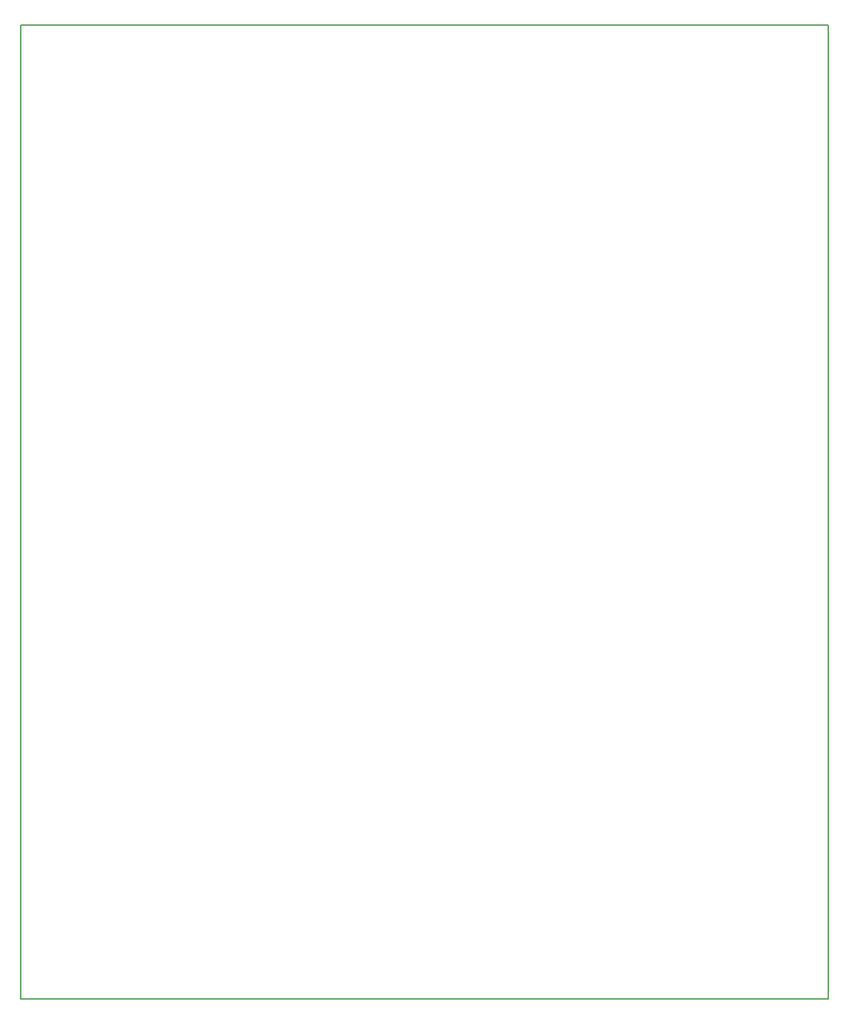
<source format=gbr>
%TF.GenerationSoftware,KiCad,Pcbnew,(5.0.1-3-g963ef8bb5)*%
%TF.CreationDate,2019-05-12T17:35:21+02:00*%
%TF.ProjectId,KaJUSBhub,4B614A5553426875622E6B696361645F,0.2*%
%TF.SameCoordinates,Original*%
%TF.FileFunction,Legend,Bot*%
%TF.FilePolarity,Positive*%
%FSLAX46Y46*%
G04 Gerber Fmt 4.6, Leading zero omitted, Abs format (unit mm)*
G04 Created by KiCad (PCBNEW (5.0.1-3-g963ef8bb5)) date Sonntag, 12. Mai 2019 um 17:35:21*
%MOMM*%
%LPD*%
G01*
G04 APERTURE LIST*
%ADD10C,0.150000*%
G04 APERTURE END LIST*
D10*
X108000000Y-155000000D02*
X108000000Y-20000000D01*
X220000000Y-155000000D02*
X108000000Y-155000000D01*
X108000000Y-20000000D02*
X220000000Y-20000000D01*
X220000000Y-20000000D02*
X220000000Y-155000000D01*
M02*

</source>
